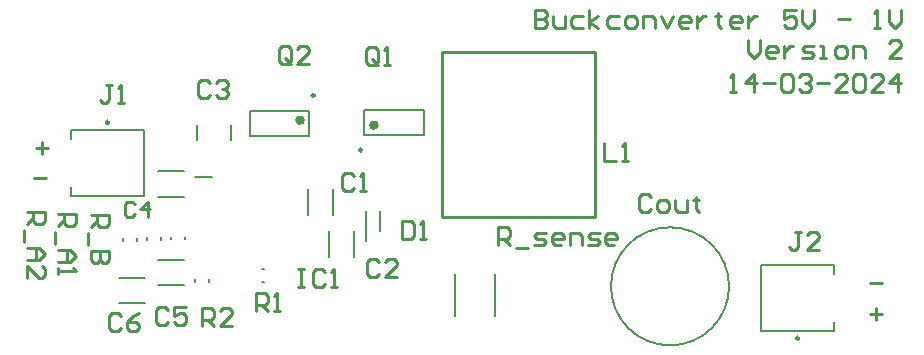
<source format=gto>
G04*
G04 #@! TF.GenerationSoftware,Altium Limited,Altium Designer,24.0.1 (36)*
G04*
G04 Layer_Color=65535*
%FSLAX44Y44*%
%MOMM*%
G71*
G04*
G04 #@! TF.SameCoordinates,90447B52-5C6C-4E24-8687-CF59556E230F*
G04*
G04*
G04 #@! TF.FilePolarity,Positive*
G04*
G01*
G75*
%ADD10C,0.4000*%
%ADD11C,0.2500*%
%ADD12C,0.2000*%
%ADD13C,0.2540*%
%ADD14C,0.1270*%
D10*
X843520Y642660D02*
G03*
X843520Y642660I-2000J0D01*
G01*
X780932Y646930D02*
G03*
X780932Y646930I-2000J0D01*
G01*
D11*
X831620Y621760D02*
G03*
X831620Y621760I-1250J0D01*
G01*
X791332Y667830D02*
G03*
X791332Y667830I-1250J0D01*
G01*
X1201400Y462370D02*
G03*
X1201400Y462370I-1250J0D01*
G01*
X617200Y645070D02*
G03*
X617200Y645070I-1250J0D01*
G01*
D12*
X1142200Y506330D02*
G03*
X1142200Y506330I-50000J0D01*
G01*
X692120Y630020D02*
Y642520D01*
X720120Y630020D02*
Y642520D01*
X883520Y634660D02*
Y655660D01*
X833520Y634660D02*
Y655660D01*
X883520D01*
X833520Y634660D02*
X883520D01*
X629250Y545100D02*
Y547100D01*
X640750Y545100D02*
Y547100D01*
X658410Y507410D02*
X680410D01*
X658410Y528910D02*
X680410D01*
X669890Y546370D02*
Y548370D01*
X681390Y546370D02*
Y548370D01*
X689940Y598880D02*
X704440D01*
X661070Y545730D02*
Y547730D01*
X649570Y545730D02*
Y547730D01*
X625270Y513670D02*
X647270D01*
X625270Y492170D02*
X647270D01*
X690028Y510170D02*
Y512170D01*
X701528Y510170D02*
Y512170D01*
X746400Y509870D02*
X748400D01*
X746400Y521370D02*
X748400D01*
X736933Y654930D02*
X786933D01*
X736933Y633930D02*
X786933D01*
Y654930D01*
X736933Y633930D02*
Y654930D01*
X824820Y531410D02*
Y553410D01*
X803320Y531410D02*
Y553410D01*
X1169150Y468870D02*
X1231150D01*
X1169150D02*
Y524270D01*
X1231150D01*
Y468870D02*
Y476190D01*
Y516950D02*
Y524270D01*
X584950Y583170D02*
Y590490D01*
Y631250D02*
Y638570D01*
Y583170D02*
X646950D01*
Y638570D01*
X584950D02*
X646950D01*
X658290Y582340D02*
X680290D01*
X658290Y603840D02*
X680290D01*
X785540Y566730D02*
Y588730D01*
X807040Y566730D02*
Y588730D01*
X834490Y544660D02*
Y569910D01*
X846990Y552910D02*
Y569910D01*
D13*
X898870Y564850D02*
X1028870D01*
X898870Y704850D02*
X1028870D01*
X898870Y564850D02*
Y704850D01*
X1028870Y564850D02*
Y704850D01*
X702815Y678684D02*
X700275Y681223D01*
X695197D01*
X692658Y678684D01*
Y668527D01*
X695197Y665988D01*
X700275D01*
X702815Y668527D01*
X707893Y678684D02*
X710432Y681223D01*
X715511D01*
X718050Y678684D01*
Y676145D01*
X715511Y673605D01*
X712971D01*
X715511D01*
X718050Y671066D01*
Y668527D01*
X715511Y665988D01*
X710432D01*
X707893Y668527D01*
X1261110Y509270D02*
X1271267D01*
X1261110Y482598D02*
X1271267D01*
X1266188Y487677D02*
Y477520D01*
X553720Y598170D02*
X563877D01*
X554990Y623568D02*
X565147D01*
X560068Y628647D02*
Y618490D01*
X1143000Y670560D02*
X1148078D01*
X1145539D01*
Y685795D01*
X1143000Y683256D01*
X1163313Y670560D02*
Y685795D01*
X1155696Y678177D01*
X1165853D01*
X1170931D02*
X1181088D01*
X1186166Y683256D02*
X1188705Y685795D01*
X1193784D01*
X1196323Y683256D01*
Y673099D01*
X1193784Y670560D01*
X1188705D01*
X1186166Y673099D01*
Y683256D01*
X1201401D02*
X1203940Y685795D01*
X1209019D01*
X1211558Y683256D01*
Y680717D01*
X1209019Y678177D01*
X1206479D01*
X1209019D01*
X1211558Y675638D01*
Y673099D01*
X1209019Y670560D01*
X1203940D01*
X1201401Y673099D01*
X1216636Y678177D02*
X1226793D01*
X1242028Y670560D02*
X1231871D01*
X1242028Y680717D01*
Y683256D01*
X1239489Y685795D01*
X1234410D01*
X1231871Y683256D01*
X1247106D02*
X1249645Y685795D01*
X1254724D01*
X1257263Y683256D01*
Y673099D01*
X1254724Y670560D01*
X1249645D01*
X1247106Y673099D01*
Y683256D01*
X1272498Y670560D02*
X1262341D01*
X1272498Y680717D01*
Y683256D01*
X1269959Y685795D01*
X1264881D01*
X1262341Y683256D01*
X1285194Y670560D02*
Y685795D01*
X1277577Y678177D01*
X1287733D01*
X1158240Y715005D02*
Y704848D01*
X1163318Y699770D01*
X1168397Y704848D01*
Y715005D01*
X1181093Y699770D02*
X1176014D01*
X1173475Y702309D01*
Y707387D01*
X1176014Y709927D01*
X1181093D01*
X1183632Y707387D01*
Y704848D01*
X1173475D01*
X1188710Y709927D02*
Y699770D01*
Y704848D01*
X1191249Y707387D01*
X1193789Y709927D01*
X1196328D01*
X1203945Y699770D02*
X1211563D01*
X1214102Y702309D01*
X1211563Y704848D01*
X1206484D01*
X1203945Y707387D01*
X1206484Y709927D01*
X1214102D01*
X1219180Y699770D02*
X1224259D01*
X1221720D01*
Y709927D01*
X1219180D01*
X1234415Y699770D02*
X1239494D01*
X1242033Y702309D01*
Y707387D01*
X1239494Y709927D01*
X1234415D01*
X1231876Y707387D01*
Y702309D01*
X1234415Y699770D01*
X1247111D02*
Y709927D01*
X1254729D01*
X1257268Y707387D01*
Y699770D01*
X1287738D02*
X1277581D01*
X1287738Y709927D01*
Y712466D01*
X1285199Y715005D01*
X1280121D01*
X1277581Y712466D01*
X977900Y740405D02*
Y725170D01*
X985518D01*
X988057Y727709D01*
Y730248D01*
X985518Y732787D01*
X977900D01*
X985518D01*
X988057Y735327D01*
Y737866D01*
X985518Y740405D01*
X977900D01*
X993135Y735327D02*
Y727709D01*
X995674Y725170D01*
X1003292D01*
Y735327D01*
X1018527D02*
X1010909D01*
X1008370Y732787D01*
Y727709D01*
X1010909Y725170D01*
X1018527D01*
X1023605D02*
Y740405D01*
Y730248D02*
X1031223Y735327D01*
X1023605Y730248D02*
X1031223Y725170D01*
X1048997Y735327D02*
X1041379D01*
X1038840Y732787D01*
Y727709D01*
X1041379Y725170D01*
X1048997D01*
X1056615D02*
X1061693D01*
X1064232Y727709D01*
Y732787D01*
X1061693Y735327D01*
X1056615D01*
X1054075Y732787D01*
Y727709D01*
X1056615Y725170D01*
X1069310D02*
Y735327D01*
X1076928D01*
X1079467Y732787D01*
Y725170D01*
X1084546Y735327D02*
X1089624Y725170D01*
X1094702Y735327D01*
X1107398Y725170D02*
X1102320D01*
X1099781Y727709D01*
Y732787D01*
X1102320Y735327D01*
X1107398D01*
X1109937Y732787D01*
Y730248D01*
X1099781D01*
X1115016Y735327D02*
Y725170D01*
Y730248D01*
X1117555Y732787D01*
X1120094Y735327D01*
X1122633D01*
X1132790Y737866D02*
Y735327D01*
X1130251D01*
X1135329D01*
X1132790D01*
Y727709D01*
X1135329Y725170D01*
X1150564D02*
X1145486D01*
X1142947Y727709D01*
Y732787D01*
X1145486Y735327D01*
X1150564D01*
X1153103Y732787D01*
Y730248D01*
X1142947D01*
X1158182Y735327D02*
Y725170D01*
Y730248D01*
X1160721Y732787D01*
X1163260Y735327D01*
X1165799D01*
X1198809Y740405D02*
X1188652D01*
Y732787D01*
X1193730Y735327D01*
X1196269D01*
X1198809Y732787D01*
Y727709D01*
X1196269Y725170D01*
X1191191D01*
X1188652Y727709D01*
X1203887Y740405D02*
Y730248D01*
X1208965Y725170D01*
X1214044Y730248D01*
Y740405D01*
X1234357Y732787D02*
X1244514D01*
X1264827Y725170D02*
X1269905D01*
X1267366D01*
Y740405D01*
X1264827Y737866D01*
X1277523Y740405D02*
Y730248D01*
X1282601Y725170D01*
X1287680Y730248D01*
Y740405D01*
X1036323Y627378D02*
Y612142D01*
X1046480D01*
X1051558D02*
X1056637D01*
X1054098D01*
Y627378D01*
X1051558Y624838D01*
X547372Y568951D02*
X562607D01*
Y561333D01*
X560068Y558794D01*
X554990D01*
X552450Y561333D01*
Y568951D01*
Y563873D02*
X547372Y558794D01*
X544833Y553716D02*
Y543559D01*
X547372Y538481D02*
X557529D01*
X562607Y533402D01*
X557529Y528324D01*
X547372D01*
X554990D01*
Y538481D01*
X547372Y513089D02*
Y523246D01*
X557529Y513089D01*
X560068D01*
X562607Y515628D01*
Y520707D01*
X560068Y523246D01*
X741683Y485143D02*
Y500378D01*
X749301D01*
X751840Y497838D01*
Y492760D01*
X749301Y490221D01*
X741683D01*
X746762D02*
X751840Y485143D01*
X756918D02*
X761997D01*
X759458D01*
Y500378D01*
X756918Y497838D01*
X627381Y481328D02*
X624842Y483867D01*
X619763D01*
X617224Y481328D01*
Y471172D01*
X619763Y468633D01*
X624842D01*
X627381Y471172D01*
X642616Y483867D02*
X637537Y481328D01*
X632459Y476250D01*
Y471172D01*
X634998Y468633D01*
X640077D01*
X642616Y471172D01*
Y473711D01*
X640077Y476250D01*
X632459D01*
X574042Y567682D02*
X589277D01*
Y560064D01*
X586738Y557525D01*
X581660D01*
X579120Y560064D01*
Y567682D01*
Y562603D02*
X574042Y557525D01*
X571503Y552447D02*
Y542290D01*
X574042Y537212D02*
X584199D01*
X589277Y532133D01*
X584199Y527055D01*
X574042D01*
X581660D01*
Y537212D01*
X574042Y521977D02*
Y516898D01*
Y519437D01*
X589277D01*
X586738Y521977D01*
X1075695Y582128D02*
X1073156Y584668D01*
X1068077D01*
X1065538Y582128D01*
Y571972D01*
X1068077Y569432D01*
X1073156D01*
X1075695Y571972D01*
X1083313Y569432D02*
X1088391D01*
X1090930Y571972D01*
Y577050D01*
X1088391Y579589D01*
X1083313D01*
X1080773Y577050D01*
Y571972D01*
X1083313Y569432D01*
X1096008Y579589D02*
Y571972D01*
X1098548Y569432D01*
X1106165D01*
Y579589D01*
X1113783Y582128D02*
Y579589D01*
X1111243D01*
X1116322D01*
X1113783D01*
Y571972D01*
X1116322Y569432D01*
X845821Y527048D02*
X843282Y529588D01*
X838203D01*
X835664Y527048D01*
Y516892D01*
X838203Y514352D01*
X843282D01*
X845821Y516892D01*
X861056Y514352D02*
X850899D01*
X861056Y524509D01*
Y527048D01*
X858517Y529588D01*
X853438D01*
X850899Y527048D01*
X666751Y486408D02*
X664212Y488947D01*
X659133D01*
X656594Y486408D01*
Y476252D01*
X659133Y473713D01*
X664212D01*
X666751Y476252D01*
X681986Y488947D02*
X671829D01*
Y481330D01*
X676908Y483869D01*
X679447D01*
X681986Y481330D01*
Y476252D01*
X679447Y473713D01*
X674368D01*
X671829Y476252D01*
X639184Y575832D02*
X637018Y577998D01*
X632686D01*
X630520Y575832D01*
Y567168D01*
X632686Y565002D01*
X637018D01*
X639184Y567168D01*
X650014Y565002D02*
Y577998D01*
X643516Y571500D01*
X652180D01*
X824230Y599438D02*
X821691Y601978D01*
X816612D01*
X814073Y599438D01*
Y589282D01*
X816612Y586743D01*
X821691D01*
X824230Y589282D01*
X829308Y586743D02*
X834387D01*
X831848D01*
Y601978D01*
X829308Y599438D01*
X601982Y566413D02*
X617217D01*
Y558796D01*
X614678Y556257D01*
X609600D01*
X607060Y558796D01*
Y566413D01*
Y561335D02*
X601982Y556257D01*
X599443Y551178D02*
Y541022D01*
X617217Y535943D02*
X601982D01*
Y528326D01*
X604521Y525787D01*
X607060D01*
X609600Y528326D01*
Y535943D01*
Y528326D01*
X612139Y525787D01*
X614678D01*
X617217Y528326D01*
Y535943D01*
X695964Y472443D02*
Y487677D01*
X703582D01*
X706121Y485138D01*
Y480060D01*
X703582Y477521D01*
X695964D01*
X701042D02*
X706121Y472443D01*
X721356D02*
X711199D01*
X721356Y482599D01*
Y485138D01*
X718817Y487677D01*
X713738D01*
X711199Y485138D01*
X844550Y695962D02*
Y706118D01*
X842011Y708658D01*
X836933D01*
X834393Y706118D01*
Y695962D01*
X836933Y693422D01*
X842011D01*
X839472Y698501D02*
X844550Y693422D01*
X842011D02*
X844550Y695962D01*
X849628Y693422D02*
X854707D01*
X852168D01*
Y708658D01*
X849628Y706118D01*
X770891Y697232D02*
Y707388D01*
X768352Y709928D01*
X763273D01*
X760734Y707388D01*
Y697232D01*
X763273Y694693D01*
X768352D01*
X765813Y699771D02*
X770891Y694693D01*
X768352D02*
X770891Y697232D01*
X786126Y694693D02*
X775969D01*
X786126Y704849D01*
Y707388D01*
X783587Y709928D01*
X778508D01*
X775969Y707388D01*
X946166Y541022D02*
Y556257D01*
X953784D01*
X956323Y553718D01*
Y548640D01*
X953784Y546100D01*
X946166D01*
X951245D02*
X956323Y541022D01*
X961402Y538483D02*
X971558D01*
X976637Y541022D02*
X984254D01*
X986793Y543561D01*
X984254Y546100D01*
X979176D01*
X976637Y548640D01*
X979176Y551179D01*
X986793D01*
X999489Y541022D02*
X994411D01*
X991872Y543561D01*
Y548640D01*
X994411Y551179D01*
X999489D01*
X1002028Y548640D01*
Y546100D01*
X991872D01*
X1007107Y541022D02*
Y551179D01*
X1014724D01*
X1017263Y548640D01*
Y541022D01*
X1022342D02*
X1029959D01*
X1032498Y543561D01*
X1029959Y546100D01*
X1024881D01*
X1022342Y548640D01*
X1024881Y551179D01*
X1032498D01*
X1045194Y541022D02*
X1040116D01*
X1037577Y543561D01*
Y548640D01*
X1040116Y551179D01*
X1045194D01*
X1047734Y548640D01*
Y546100D01*
X1037577D01*
X619760Y676908D02*
X614682D01*
X617221D01*
Y664212D01*
X614682Y661673D01*
X612142D01*
X609603Y664212D01*
X624838Y661673D02*
X629917D01*
X627378D01*
Y676908D01*
X624838Y674368D01*
X1202691Y552448D02*
X1197613D01*
X1200152D01*
Y539752D01*
X1197613Y537212D01*
X1195073D01*
X1192534Y539752D01*
X1217926Y537212D02*
X1207769D01*
X1217926Y547369D01*
Y549908D01*
X1215387Y552448D01*
X1210308D01*
X1207769Y549908D01*
X777245Y520698D02*
X782324D01*
X779784D01*
Y505462D01*
X777245D01*
X782324D01*
X800098Y518158D02*
X797559Y520698D01*
X792480D01*
X789941Y518158D01*
Y508002D01*
X792480Y505462D01*
X797559D01*
X800098Y508002D01*
X805176Y505462D02*
X810255D01*
X807716D01*
Y520698D01*
X805176Y518158D01*
X864873Y561338D02*
Y546102D01*
X872491D01*
X875030Y548642D01*
Y558798D01*
X872491Y561338D01*
X864873D01*
X880108Y546102D02*
X885187D01*
X882648D01*
Y561338D01*
X880108Y558798D01*
D14*
X944100Y481110D02*
Y517110D01*
X910100Y481110D02*
Y517110D01*
M02*

</source>
